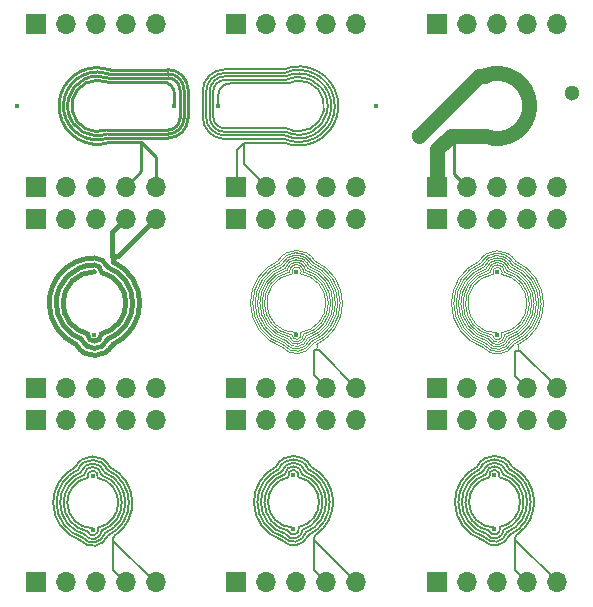
<source format=gbr>
%TF.GenerationSoftware,KiCad,Pcbnew,8.0.0*%
%TF.CreationDate,2024-05-13T09:11:22+02:00*%
%TF.ProjectId,Planar_XFMR,506c616e-6172-45f5-9846-4d522e6b6963,A*%
%TF.SameCoordinates,Original*%
%TF.FileFunction,Copper,L2,Inr*%
%TF.FilePolarity,Positive*%
%FSLAX46Y46*%
G04 Gerber Fmt 4.6, Leading zero omitted, Abs format (unit mm)*
G04 Created by KiCad (PCBNEW 8.0.0) date 2024-05-13 09:11:22*
%MOMM*%
%LPD*%
G01*
G04 APERTURE LIST*
%TA.AperFunction,NonConductor*%
%ADD10C,0.100000*%
%TD*%
%TA.AperFunction,Conductor*%
%ADD11C,0.100000*%
%TD*%
%TA.AperFunction,NonConductor*%
%ADD12C,0.200000*%
%TD*%
%TA.AperFunction,ComponentPad*%
%ADD13R,1.700000X1.700000*%
%TD*%
%TA.AperFunction,ComponentPad*%
%ADD14O,1.700000X1.700000*%
%TD*%
%TA.AperFunction,ViaPad*%
%ADD15C,0.450000*%
%TD*%
%TA.AperFunction,ViaPad*%
%ADD16C,1.300000*%
%TD*%
%TA.AperFunction,Conductor*%
%ADD17C,0.250000*%
%TD*%
%TA.AperFunction,Conductor*%
%ADD18C,0.200000*%
%TD*%
%TA.AperFunction,Conductor*%
%ADD19C,1.300000*%
%TD*%
%TA.AperFunction,Conductor*%
%ADD20C,0.450000*%
%TD*%
%TA.AperFunction,Conductor*%
%ADD21C,0.400000*%
%TD*%
G04 APERTURE END LIST*
D10*
X148235501Y-53808441D02*
G75*
G02*
X149741315Y-53612685I785399J-152059D01*
G01*
D11*
%TO.N,Net-(J10-Pin_4)*%
X131600000Y-59275000D02*
G75*
G02*
X131408037Y-53960833I400000J2675000D01*
G01*
D12*
X131004464Y-71088297D02*
G75*
G02*
X132496839Y-71101212I745536J-81703D01*
G01*
X147296128Y-70428247D02*
G75*
G02*
X150249836Y-70440218I1473872J-741753D01*
G01*
D11*
X130447885Y-53013441D02*
G75*
G02*
X133545683Y-53002576I1552115J-911559D01*
G01*
D10*
X150139472Y-53530810D02*
G75*
G02*
X152320946Y-56635459I-1118572J-3104690D01*
G01*
X149797222Y-53841293D02*
G75*
G02*
X151920946Y-56635459I-776322J-2794207D01*
G01*
X151920925Y-56635459D02*
G75*
G02*
X149797237Y-59429681I-2900025J-41D01*
G01*
X147910028Y-53506001D02*
G75*
G02*
X149995882Y-53260490I1110872J-454499D01*
G01*
D12*
X111690000Y-73500000D02*
G75*
G02*
X113511094Y-70702017I3060000J0D01*
G01*
D11*
X132000000Y-59100000D02*
G75*
G02*
X131645298Y-54125291I0J2500000D01*
G01*
D10*
X145120925Y-56635459D02*
G75*
G02*
X147472008Y-53056291I3899975J-41D01*
G01*
D11*
X132400000Y-53925000D02*
G75*
G02*
X132357771Y-54103885I-400000J0D01*
G01*
D12*
X130896250Y-76388488D02*
G75*
G02*
X128690000Y-73450000I853750J2938488D01*
G01*
X129590000Y-73450000D02*
G75*
G02*
X131327683Y-71331687I2160000J0D01*
G01*
D10*
X149611850Y-54000918D02*
G75*
G02*
X151720945Y-56635459I-590950J-2634582D01*
G01*
D12*
X130749038Y-70852864D02*
G75*
G02*
X132758110Y-70876376I1000962J-317136D01*
G01*
D11*
X133391148Y-53171486D02*
G75*
G02*
X135700000Y-56600000I-1391148J-3428514D01*
G01*
D10*
X149806348Y-59462477D02*
G75*
G02*
X148300433Y-59658283I-785448J151977D01*
G01*
D11*
X131400000Y-53925000D02*
G75*
G02*
X132574004Y-53750303I600000J0D01*
G01*
D12*
X116228118Y-70493714D02*
G75*
G02*
X116584783Y-76302884I-1478118J-3006286D01*
G01*
X132792292Y-76005626D02*
G75*
G02*
X130896306Y-76388444I-1042292J275626D01*
G01*
X148024464Y-71088297D02*
G75*
G02*
X149516839Y-71101212I745536J-81703D01*
G01*
D11*
X128900000Y-56600000D02*
G75*
G02*
X131053857Y-53647914I3100000J0D01*
G01*
X132590925Y-53965460D02*
G75*
G02*
X134699999Y-56600000I-590925J-2634540D01*
G01*
D10*
X148172914Y-59824639D02*
G75*
G02*
X145720947Y-56635459I847986J3189139D01*
G01*
D12*
X132170058Y-71331238D02*
G75*
G02*
X132190541Y-75564598I-420058J-2118762D01*
G01*
X150012443Y-70653586D02*
G75*
G02*
X150044615Y-76231897I-1242443J-2796414D01*
G01*
D11*
X132354703Y-54125292D02*
G75*
G02*
X134499999Y-56600000I-354703J-2474708D01*
G01*
X133266948Y-59871211D02*
G75*
G02*
X130904184Y-60146672I-1266948J596211D01*
G01*
X132357770Y-59096115D02*
G75*
G02*
X131600001Y-59275000I-357770J-178885D01*
G01*
X133705052Y-60107535D02*
X133700000Y-60525000D01*
D10*
X145920925Y-56635459D02*
G75*
G02*
X148074799Y-53683426I3099975J-41D01*
G01*
D12*
X150604783Y-76252884D02*
X150510000Y-76540000D01*
D10*
X148620925Y-59310458D02*
G75*
G02*
X148428963Y-53996295I400005J2674998D01*
G01*
X148663154Y-54139344D02*
G75*
G02*
X149420859Y-53960459I357746J178844D01*
G01*
X152120925Y-56635459D02*
G75*
G02*
X149967084Y-59587599I-3100025J-41D01*
G01*
D12*
X115495425Y-71155660D02*
G75*
G02*
X115537114Y-75830674I-745425J-2344340D01*
G01*
D10*
X145720925Y-56635459D02*
G75*
G02*
X147916998Y-53525639I3299975J-41D01*
G01*
D12*
X149220000Y-75610000D02*
G75*
G02*
X148333512Y-75892414I-450000J-120000D01*
G01*
D10*
X147753977Y-53364248D02*
G75*
G02*
X150287873Y-53364248I1266948J-596211D01*
G01*
D11*
X133118547Y-53495351D02*
G75*
G02*
X135299999Y-56600000I-1118547J-3104649D01*
G01*
X133539592Y-53016753D02*
G75*
G02*
X135900000Y-56600000I-1539592J-3583247D01*
G01*
D10*
X150287873Y-59906670D02*
G75*
G02*
X147925070Y-60182162I-1266973J596170D01*
G01*
D12*
X112590000Y-73500000D02*
G75*
G02*
X114327683Y-71381687I2160000J0D01*
G01*
D10*
X149420925Y-53960459D02*
G75*
G02*
X149378715Y-54139353I-400025J-41D01*
G01*
X147928681Y-60170569D02*
G75*
G02*
X145320947Y-56635459I1092219J3535069D01*
G01*
D12*
X130723967Y-76639019D02*
G75*
G02*
X128399987Y-73450000I1026033J3189019D01*
G01*
X147527107Y-70643013D02*
G75*
G02*
X150014961Y-70647919I1242893J-526987D01*
G01*
D11*
X132600000Y-59275000D02*
G75*
G02*
X131425996Y-59449697I-600000J0D01*
G01*
X133110897Y-59729458D02*
G75*
G02*
X131025000Y-59975000I-1110897J454458D01*
G01*
X130600173Y-53150095D02*
G75*
G02*
X133399827Y-53150095I1399827J-774905D01*
G01*
X131028611Y-59962500D02*
G75*
G02*
X128500000Y-56600000I971389J3362500D01*
G01*
D10*
X149378694Y-59131574D02*
G75*
G02*
X148620861Y-59310459I-357794J-178926D01*
G01*
X150131821Y-59764917D02*
G75*
G02*
X148045884Y-60010489I-1110921J454417D01*
G01*
D12*
X115200000Y-75660000D02*
G75*
G02*
X114313512Y-75942414I-450000J-120000D01*
G01*
X114004464Y-71138297D02*
G75*
G02*
X115496839Y-71151212I745536J-81703D01*
G01*
X145419986Y-73450000D02*
G75*
G02*
X147301398Y-70439053I3350014J0D01*
G01*
X128990000Y-73450000D02*
G75*
G02*
X130757435Y-70874652I2760000J0D01*
G01*
D10*
X149967068Y-53683373D02*
G75*
G02*
X152120946Y-56635459I-946168J-2952127D01*
G01*
X148446921Y-59485155D02*
G75*
G02*
X148242773Y-53834617I573999J2849695D01*
G01*
D12*
X115792292Y-76055626D02*
G75*
G02*
X113896306Y-76438444I-1042292J275626D01*
G01*
X132992443Y-70653586D02*
G75*
G02*
X133024615Y-76231897I-1242443J-2796414D01*
G01*
D11*
X135700000Y-56600000D02*
G75*
G02*
X133391147Y-60028514I-3700000J0D01*
G01*
D12*
X114750000Y-75660000D02*
G75*
G02*
X112590000Y-73500000I0J2160000D01*
G01*
X113896250Y-76438488D02*
G75*
G02*
X111690000Y-73500000I853750J2938488D01*
G01*
D10*
X149974803Y-59611684D02*
G75*
G02*
X148169817Y-59836143I-953903J301184D01*
G01*
D11*
X131151989Y-59789180D02*
G75*
G02*
X128700001Y-56600000I848011J3189180D01*
G01*
D10*
X148420925Y-53960459D02*
G75*
G02*
X149620925Y-53960459I600000J0D01*
G01*
D12*
X148110017Y-76129930D02*
G75*
G02*
X146010000Y-73450000I659983J2679930D01*
G01*
D10*
X151520925Y-56635459D02*
G75*
G02*
X149375637Y-59110230I-2500025J-41D01*
G01*
X148067047Y-53659234D02*
G75*
G02*
X149974803Y-53659234I953878J-301225D01*
G01*
D12*
X114325005Y-71368254D02*
G75*
G02*
X115169863Y-71382220I424995J148254D01*
G01*
D11*
X132357770Y-59096115D02*
G75*
G02*
X131600001Y-59275000I-357770J-178885D01*
G01*
X131214576Y-53772982D02*
G75*
G02*
X132720441Y-53577201I785424J-152018D01*
G01*
D12*
X149557112Y-75780676D02*
G75*
G02*
X148095443Y-76138762I-787112J50676D01*
G01*
D11*
X132953877Y-59576225D02*
G75*
G02*
X131148939Y-59800655I-953877J301225D01*
G01*
D12*
X149776643Y-70880123D02*
G75*
G02*
X149812294Y-76005626I-1006643J-2569877D01*
G01*
X115170058Y-71381238D02*
G75*
G02*
X115190541Y-75614598I-420058J-2118762D01*
G01*
D10*
X150284988Y-53371698D02*
G75*
G02*
X152520946Y-56635459I-1264088J-3263802D01*
G01*
D12*
X129290000Y-73450000D02*
G75*
G02*
X131009455Y-71104111I2460000J0D01*
G01*
D10*
X148049536Y-59997959D02*
G75*
G02*
X145520946Y-56635459I971364J3362459D01*
G01*
X147910028Y-53506001D02*
G75*
G02*
X150140482Y-53527903I1110872J-454499D01*
G01*
X152920925Y-56635459D02*
G75*
G02*
X150725999Y-60143039I-3900025J-41D01*
G01*
D11*
X131642230Y-54103885D02*
G75*
G02*
X132399999Y-53925000I357770J178885D01*
G01*
D10*
X149375628Y-54160751D02*
G75*
G02*
X151520943Y-56635459I-354728J-2474749D01*
G01*
D12*
X148770000Y-75610000D02*
G75*
G02*
X146610000Y-73450000I0J2160000D01*
G01*
X150248118Y-70443714D02*
G75*
G02*
X150604783Y-76252884I-1478118J-3006286D01*
G01*
X146310000Y-73450000D02*
G75*
G02*
X148029455Y-71104111I2460000J0D01*
G01*
D11*
X130733052Y-53328789D02*
G75*
G02*
X133095816Y-53053328I1266948J-596211D01*
G01*
D10*
X149020925Y-59135459D02*
G75*
G02*
X148666234Y-54160827I-25J2499959D01*
G01*
D12*
X150044615Y-76231898D02*
G75*
G02*
X147744654Y-76638411I-1274615J501898D01*
G01*
D11*
X133264063Y-53336239D02*
G75*
G02*
X135499999Y-56600000I-1264063J-3263761D01*
G01*
D12*
X146610000Y-73450000D02*
G75*
G02*
X148347683Y-71331687I2160000J0D01*
G01*
X132200000Y-75610000D02*
G75*
G02*
X131313512Y-75892414I-450000J-120000D01*
G01*
D11*
X128100000Y-56600000D02*
G75*
G02*
X130451062Y-53020783I3900000J0D01*
G01*
D10*
X147468810Y-53048900D02*
G75*
G02*
X150566570Y-53038058I1552090J-911600D01*
G01*
D11*
X135100000Y-56600000D02*
G75*
G02*
X132946142Y-59552087I-3100000J0D01*
G01*
D10*
X152320925Y-56635459D02*
G75*
G02*
X150124889Y-59745383I-3300025J-41D01*
G01*
D12*
X131090017Y-76129930D02*
G75*
G02*
X128990000Y-73450000I659983J2679930D01*
G01*
D10*
X152520925Y-56635459D02*
G75*
G02*
X150285008Y-59899272I-3500025J-41D01*
G01*
X150420751Y-60085364D02*
G75*
G02*
X147806081Y-60351754I-1399851J774864D01*
G01*
D11*
X131046122Y-53623775D02*
G75*
G02*
X132953878Y-53623775I953878J-301225D01*
G01*
D10*
X149378695Y-59131574D02*
G75*
G02*
X148620860Y-59310459I-357795J-178926D01*
G01*
X147753978Y-53364248D02*
G75*
G02*
X150116701Y-53088819I1266922J-596252D01*
G01*
D12*
X149812292Y-76005626D02*
G75*
G02*
X147916306Y-76388444I-1042292J275626D01*
G01*
X133584783Y-76252884D02*
X133490000Y-76540000D01*
X133228118Y-70443714D02*
G75*
G02*
X133584783Y-76252884I-1478118J-3006286D01*
G01*
D11*
X131642230Y-54103885D02*
G75*
G02*
X132399999Y-53925000I357770J178885D01*
G01*
D10*
X145320925Y-56635459D02*
G75*
G02*
X147629797Y-53206995I3699975J-41D01*
G01*
D12*
X111399986Y-73500000D02*
G75*
G02*
X113281398Y-70489053I3350014J0D01*
G01*
X145710000Y-73450000D02*
G75*
G02*
X147531094Y-70652017I3060000J0D01*
G01*
D11*
X130733052Y-53328789D02*
G75*
G02*
X133266948Y-53328789I1266948J-596211D01*
G01*
D12*
X116584783Y-76302884D02*
X116490000Y-76590000D01*
D10*
X147621099Y-53185554D02*
G75*
G02*
X150235697Y-52919226I1399801J-774946D01*
G01*
D11*
X132776297Y-53805834D02*
G75*
G02*
X134900000Y-56600000I-776297J-2794166D01*
G01*
D10*
X150412073Y-53206945D02*
G75*
G02*
X152720947Y-56635459I-1391173J-3428555D01*
G01*
D11*
X130889103Y-53470542D02*
G75*
G02*
X132975000Y-53225000I1110897J-454458D01*
G01*
X130907756Y-60135109D02*
G75*
G02*
X128300001Y-56600000I1092244J3535109D01*
G01*
D10*
X148420925Y-53960459D02*
G75*
G02*
X149594871Y-53785780I599975J-41D01*
G01*
D12*
X148337226Y-75871632D02*
G75*
G02*
X146310001Y-73450000I432774J2421632D01*
G01*
D11*
X130788230Y-60306967D02*
G75*
G02*
X128100001Y-56600000I1211770J3706967D01*
G01*
D10*
X147809155Y-60342427D02*
G75*
G02*
X145120947Y-56635459I1211745J3706927D01*
G01*
D11*
X131214576Y-53772982D02*
G75*
G02*
X132785424Y-53772982I785424J-152018D01*
G01*
D12*
X132495425Y-71105660D02*
G75*
G02*
X132537114Y-75780674I-745425J-2344340D01*
G01*
X128399986Y-73450000D02*
G75*
G02*
X130281398Y-70439053I3350014J0D01*
G01*
X130507107Y-70643013D02*
G75*
G02*
X132994961Y-70647919I1242893J-526987D01*
G01*
X114317226Y-75921632D02*
G75*
G02*
X112290001Y-73500000I432774J2421632D01*
G01*
D11*
X134700000Y-56600000D02*
G75*
G02*
X132590925Y-59234541I-2700000J0D01*
G01*
X128300000Y-56600000D02*
G75*
G02*
X130608852Y-53171486I3700000J0D01*
G01*
D12*
X115756643Y-70930123D02*
G75*
G02*
X115792294Y-76055626I-1006643J-2569877D01*
G01*
D10*
X152720925Y-56635459D02*
G75*
G02*
X150412092Y-60064023I-3700025J-41D01*
G01*
D11*
X131281290Y-59615536D02*
G75*
G02*
X128900000Y-56600000I718710J3015536D01*
G01*
X133399826Y-60049905D02*
G75*
G02*
X130785192Y-60316264I-1399826J774905D01*
G01*
D10*
X148235501Y-53808441D02*
G75*
G02*
X149806349Y-53808441I785424J-152018D01*
G01*
D11*
X128500000Y-56600000D02*
G75*
G02*
X130735937Y-53336238I3500000J0D01*
G01*
D12*
X131317226Y-75871632D02*
G75*
G02*
X129290001Y-73450000I432774J2421632D01*
G01*
X113749038Y-70902864D02*
G75*
G02*
X115758110Y-70926376I1000962J-317136D01*
G01*
X147743967Y-76639019D02*
G75*
G02*
X145419987Y-73450000I1026033J3189019D01*
G01*
D10*
X145520925Y-56635459D02*
G75*
G02*
X147756881Y-53371747I3499975J-41D01*
G01*
D12*
X149190058Y-71331238D02*
G75*
G02*
X149210541Y-75564598I-420058J-2118762D01*
G01*
D10*
X147621098Y-53185554D02*
G75*
G02*
X150420752Y-53185554I1399827J-774905D01*
G01*
X148663155Y-54139344D02*
G75*
G02*
X149420858Y-53960459I357745J178844D01*
G01*
D12*
X147769038Y-70852864D02*
G75*
G02*
X149778110Y-70876376I1000962J-317136D01*
G01*
D11*
X135900000Y-56600000D02*
G75*
G02*
X133705052Y-60107535I-3900000J0D01*
G01*
X131046123Y-53623775D02*
G75*
G02*
X132851061Y-53399345I953877J-301225D01*
G01*
D12*
X131750000Y-75610000D02*
G75*
G02*
X129590000Y-73450000I0J2160000D01*
G01*
X132756643Y-70880123D02*
G75*
G02*
X132792294Y-76005626I-1006643J-2569877D01*
G01*
D11*
X134900000Y-56600000D02*
G75*
G02*
X132776297Y-59394166I-2900000J0D01*
G01*
D12*
X128690000Y-73450000D02*
G75*
G02*
X130511094Y-70652017I3060000J0D01*
G01*
D11*
X131425996Y-59449696D02*
G75*
G02*
X131221848Y-53799156I574004J2849696D01*
G01*
D12*
X148345005Y-71318254D02*
G75*
G02*
X149189863Y-71332220I424995J148254D01*
G01*
X132537112Y-75780676D02*
G75*
G02*
X131075443Y-76138762I-787112J50676D01*
G01*
X115537112Y-75830676D02*
G75*
G02*
X114075443Y-76188762I-787112J50676D01*
G01*
D11*
X134500000Y-56600000D02*
G75*
G02*
X132354703Y-59074709I-2500000J0D01*
G01*
D12*
X115992443Y-70703586D02*
G75*
G02*
X116024615Y-76281897I-1242443J-2796414D01*
G01*
D11*
X132946143Y-53647915D02*
G75*
G02*
X135099999Y-56600000I-946143J-2952085D01*
G01*
D12*
X116024615Y-76281898D02*
G75*
G02*
X113724654Y-76688411I-1274615J501898D01*
G01*
D11*
X131400000Y-53925000D02*
G75*
G02*
X132600000Y-53925000I600000J0D01*
G01*
D10*
X150725977Y-60142994D02*
X150720925Y-60560459D01*
D11*
X135500000Y-56600000D02*
G75*
G02*
X133264063Y-59863762I-3500000J0D01*
G01*
D12*
X147916250Y-76388488D02*
G75*
G02*
X145710000Y-73450000I853750J2938488D01*
G01*
X114090017Y-76179930D02*
G75*
G02*
X111990000Y-73500000I659983J2679930D01*
G01*
X146010000Y-73450000D02*
G75*
G02*
X147777435Y-70874652I2760000J0D01*
G01*
D10*
X148302215Y-59650994D02*
G75*
G02*
X145920946Y-56635459I718685J3015494D01*
G01*
D12*
X130276128Y-70428247D02*
G75*
G02*
X133229836Y-70440218I1473872J-741753D01*
G01*
D10*
X150560517Y-53052213D02*
G75*
G02*
X152920947Y-56635459I-1539617J-3583287D01*
G01*
D12*
X111990000Y-73500000D02*
G75*
G02*
X113757435Y-70924652I2760000J0D01*
G01*
X131325005Y-71318254D02*
G75*
G02*
X132169863Y-71332220I424995J148254D01*
G01*
X113507107Y-70693013D02*
G75*
G02*
X115994961Y-70697919I1242893J-526987D01*
G01*
X112290000Y-73500000D02*
G75*
G02*
X114009455Y-71154111I2460000J0D01*
G01*
X113276128Y-70478247D02*
G75*
G02*
X116229836Y-70490218I1473872J-741753D01*
G01*
D10*
X149620925Y-59310459D02*
G75*
G02*
X148446862Y-59485174I-600025J-41D01*
G01*
D11*
X128700000Y-56600000D02*
G75*
G02*
X130896055Y-53490128I3300000J0D01*
G01*
D10*
X148067047Y-53659234D02*
G75*
G02*
X149871940Y-53434832I953853J-301266D01*
G01*
D11*
X135300000Y-56600000D02*
G75*
G02*
X133103945Y-59709872I-3300000J0D01*
G01*
D12*
X113723967Y-76689019D02*
G75*
G02*
X111399987Y-73500000I1026033J3189019D01*
G01*
X133024615Y-76231898D02*
G75*
G02*
X130724654Y-76638411I-1274615J501898D01*
G01*
D11*
X130600174Y-53150095D02*
G75*
G02*
X133214808Y-52883736I1399826J-774905D01*
G01*
X130889103Y-53470542D02*
G75*
G02*
X133119600Y-53492427I1110897J-454458D01*
G01*
X132785424Y-59427018D02*
G75*
G02*
X131279559Y-59622799I-785424J152018D01*
G01*
D10*
X151720925Y-56635459D02*
G75*
G02*
X149611863Y-59270058I-2700025J-41D01*
G01*
D12*
X149515425Y-71105660D02*
G75*
G02*
X149557114Y-75780674I-745425J-2344340D01*
G01*
%TD*%
D13*
%TO.N,Net-(J3-Pin_4)*%
%TO.C,J6*%
X143925000Y-46750000D03*
D14*
X146465000Y-46750000D03*
%TO.N,Net-(J11-Pin_3)*%
X149005000Y-46750000D03*
%TO.N,Net-(J5-Pin_4)*%
X151545000Y-46750000D03*
X154085000Y-46750000D03*
%TD*%
D13*
%TO.N,Net-(J10-Pin_1)*%
%TO.C,J10*%
X126925000Y-63750000D03*
D14*
X129465000Y-63750000D03*
%TO.N,Net-(J10-Pin_3)*%
X132005000Y-63750000D03*
%TO.N,Net-(J10-Pin_4)*%
X134545000Y-63750000D03*
X137085000Y-63750000D03*
%TD*%
D13*
%TO.N,Net-(J1-Pin_1)*%
%TO.C,J2*%
X109925000Y-46750000D03*
D14*
X112465000Y-46750000D03*
%TO.N,Net-(J2-Pin_3)*%
X115005000Y-46750000D03*
%TO.N,Net-(J1-Pin_4)*%
X117545000Y-46750000D03*
X120085000Y-46750000D03*
%TD*%
D13*
%TO.N,Net-(J1-Pin_4)*%
%TO.C,J3*%
X126925000Y-33000000D03*
D14*
X129465000Y-33000000D03*
%TO.N,unconnected-(J3-Pin_3-Pad3)*%
X132005000Y-33000000D03*
%TO.N,Net-(J3-Pin_4)*%
X134545000Y-33000000D03*
X137085000Y-33000000D03*
%TD*%
D13*
%TO.N,Net-(J10-Pin_4)*%
%TO.C,J12*%
X143925000Y-63750000D03*
D14*
X146465000Y-63750000D03*
%TO.N,Net-(J12-Pin_3)*%
X149005000Y-63750000D03*
%TO.N,Net-(J10-Pin_4)*%
X151545000Y-63750000D03*
X154085000Y-63750000D03*
%TD*%
D13*
%TO.N,Net-(J10-Pin_1)*%
%TO.C,J8*%
X109925000Y-63750000D03*
D14*
X112465000Y-63750000D03*
%TO.N,Net-(J13-Pin_3)*%
X115005000Y-63750000D03*
%TO.N,Net-(J10-Pin_1)*%
X117545000Y-63750000D03*
X120085000Y-63750000D03*
%TD*%
D13*
%TO.N,Net-(J11-Pin_1)*%
%TO.C,J11*%
X143925000Y-49500000D03*
D14*
X146465000Y-49500000D03*
%TO.N,Net-(J11-Pin_3)*%
X149005000Y-49500000D03*
%TO.N,Net-(J11-Pin_1)*%
X151545000Y-49500000D03*
X154085000Y-49500000D03*
%TD*%
D13*
%TO.N,Net-(J16-Pin_4)*%
%TO.C,J18*%
X143925000Y-80250000D03*
D14*
X146465000Y-80250000D03*
%TO.N,unconnected-(J18-Pin_3-Pad3)*%
X149005000Y-80250000D03*
%TO.N,Net-(J18-Pin_4)*%
X151545000Y-80250000D03*
X154085000Y-80250000D03*
%TD*%
D13*
%TO.N,Net-(J14-Pin_4)*%
%TO.C,J16*%
X126925000Y-80250000D03*
D14*
X129465000Y-80250000D03*
%TO.N,unconnected-(J16-Pin_3-Pad3)*%
X132005000Y-80250000D03*
%TO.N,Net-(J16-Pin_4)*%
X134545000Y-80250000D03*
X137085000Y-80250000D03*
%TD*%
D13*
%TO.N,Net-(J15-Pin_4)*%
%TO.C,J17*%
X143925000Y-66500000D03*
D14*
X146465000Y-66500000D03*
%TO.N,Net-(J12-Pin_3)*%
X149005000Y-66500000D03*
%TO.N,Net-(J17-Pin_4)*%
X151545000Y-66500000D03*
X154085000Y-66500000D03*
%TD*%
D13*
%TO.N,Net-(J1-Pin_4)*%
%TO.C,J4*%
X126925000Y-46750000D03*
D14*
X129465000Y-46750000D03*
%TO.N,Net-(J4-Pin_3)*%
X132005000Y-46750000D03*
%TO.N,Net-(J3-Pin_4)*%
X134545000Y-46750000D03*
X137085000Y-46750000D03*
%TD*%
D13*
%TO.N,Net-(J11-Pin_1)*%
%TO.C,J9*%
X126925000Y-49500000D03*
D14*
X129465000Y-49500000D03*
%TO.N,Net-(J4-Pin_3)*%
X132005000Y-49500000D03*
%TO.N,Net-(J11-Pin_1)*%
X134545000Y-49500000D03*
X137085000Y-49500000D03*
%TD*%
D13*
%TO.N,Net-(J11-Pin_1)*%
%TO.C,J7*%
X109925000Y-49500000D03*
D14*
X112465000Y-49500000D03*
%TO.N,Net-(J2-Pin_3)*%
X115005000Y-49500000D03*
%TO.N,Net-(J11-Pin_1)*%
X117545000Y-49500000D03*
X120085000Y-49500000D03*
%TD*%
D13*
%TO.N,Net-(J3-Pin_4)*%
%TO.C,J5*%
X143925000Y-33000000D03*
D14*
X146465000Y-33000000D03*
%TO.N,unconnected-(J5-Pin_3-Pad3)*%
X149005000Y-33000000D03*
%TO.N,Net-(J5-Pin_4)*%
X151545000Y-33000000D03*
X154085000Y-33000000D03*
%TD*%
D13*
%TO.N,Net-(J13-Pin_4)*%
%TO.C,J15*%
X126925000Y-66500000D03*
D14*
X129465000Y-66500000D03*
%TO.N,Net-(J10-Pin_3)*%
X132005000Y-66500000D03*
%TO.N,Net-(J15-Pin_4)*%
X134545000Y-66500000D03*
X137085000Y-66500000D03*
%TD*%
D13*
%TO.N,Net-(J1-Pin_1)*%
%TO.C,J1*%
X109925000Y-33000000D03*
D14*
X112465000Y-33000000D03*
%TO.N,unconnected-(J1-Pin_3-Pad3)*%
X115005000Y-33000000D03*
%TO.N,Net-(J1-Pin_4)*%
X117545000Y-33000000D03*
X120085000Y-33000000D03*
%TD*%
D13*
%TO.N,Net-(J14-Pin_1)*%
%TO.C,J14*%
X109925000Y-80250000D03*
D14*
X112465000Y-80250000D03*
%TO.N,unconnected-(J14-Pin_3-Pad3)*%
X115005000Y-80250000D03*
%TO.N,Net-(J14-Pin_4)*%
X117545000Y-80250000D03*
X120085000Y-80250000D03*
%TD*%
D13*
%TO.N,Net-(J13-Pin_1)*%
%TO.C,J13*%
X109925000Y-66500000D03*
D14*
X112465000Y-66500000D03*
%TO.N,Net-(J13-Pin_3)*%
X115005000Y-66500000D03*
%TO.N,Net-(J13-Pin_4)*%
X117545000Y-66500000D03*
X120085000Y-66500000D03*
%TD*%
D15*
%TO.N,*%
X131750000Y-71170000D03*
X131750000Y-75730000D03*
X114750000Y-71220000D03*
X148770000Y-75730000D03*
X132000000Y-59275000D03*
X114750000Y-75780000D03*
X148770000Y-71170000D03*
X149020925Y-59310459D03*
%TO.N,Net-(J1-Pin_1)*%
X108325000Y-39900000D03*
%TO.N,Net-(J1-Pin_4)*%
X121675000Y-39900000D03*
X125375000Y-39900000D03*
D16*
%TO.N,Net-(J3-Pin_4)*%
X142400000Y-42450000D03*
D15*
X138725000Y-39900000D03*
D16*
%TO.N,Net-(J5-Pin_4)*%
X155300000Y-38800000D03*
D15*
%TO.N,Net-(J10-Pin_1)*%
X114900000Y-59275000D03*
%TO.N,Net-(J11-Pin_1)*%
X149020925Y-53960459D03*
X114900000Y-53925000D03*
X132000000Y-53925000D03*
%TD*%
D17*
%TO.N,Net-(J1-Pin_4)*%
X122125000Y-39900000D02*
X122125000Y-38525008D01*
D18*
X127550000Y-44835000D02*
X127550000Y-43025000D01*
D17*
X121125000Y-37175000D02*
X116075000Y-37175000D01*
D18*
X130925000Y-36800000D02*
X125950000Y-36800000D01*
X127550000Y-43000000D02*
X127550000Y-43025000D01*
X131175000Y-38000000D02*
X126375000Y-38000000D01*
X131050000Y-42400000D02*
X125950000Y-42400000D01*
X131050000Y-37400000D02*
X125950000Y-37400000D01*
X124650000Y-39900000D02*
X124650000Y-40800000D01*
X130975000Y-37100000D02*
X125950000Y-37100000D01*
X131100000Y-42100000D02*
X125950000Y-42100000D01*
D17*
X122475000Y-39900000D02*
X122475000Y-40924990D01*
X120085000Y-44210000D02*
X118850000Y-42975000D01*
D18*
X127550000Y-43025000D02*
X126975000Y-43600000D01*
D17*
X120085000Y-46750000D02*
X120085000Y-44210000D01*
X117545000Y-46750000D02*
X118850000Y-45445000D01*
D18*
X126975000Y-43600000D02*
X126975000Y-46800000D01*
D17*
X121120951Y-41945935D02*
X115950000Y-41925000D01*
D18*
X130975000Y-42700000D02*
X125950000Y-42700000D01*
X124950000Y-40800000D02*
X124950000Y-38700000D01*
D17*
X122825000Y-39900000D02*
X122825000Y-38525000D01*
X118850000Y-45445000D02*
X118850000Y-42975000D01*
X121675000Y-39900000D02*
X121675000Y-38875000D01*
D18*
X129515000Y-46800000D02*
X127550000Y-44835000D01*
X130925000Y-43000000D02*
X127550000Y-43000000D01*
D17*
X121125000Y-36825000D02*
X116225000Y-36825023D01*
D18*
X125375000Y-39900000D02*
X125375000Y-39000000D01*
D17*
X122125000Y-39900000D02*
X122125000Y-40945943D01*
D18*
X131100000Y-37700000D02*
X125950000Y-37700000D01*
D17*
X118850000Y-42975000D02*
X116225000Y-42974977D01*
D18*
X124350000Y-39900000D02*
X124350000Y-40800000D01*
X124050000Y-39900000D02*
X124050000Y-38700000D01*
D17*
X122475000Y-39900000D02*
X122475000Y-38525011D01*
D18*
X124050000Y-39900000D02*
X124050000Y-40800000D01*
X131175000Y-41800000D02*
X125950000Y-41800000D01*
X124350000Y-39900000D02*
X124350000Y-38700000D01*
D17*
X121124990Y-42274990D02*
X116025000Y-42274953D01*
X121124992Y-37525008D02*
X116025000Y-37525047D01*
X120675000Y-37875000D02*
X115950000Y-37875000D01*
D18*
X124650000Y-40350000D02*
X124650000Y-38700000D01*
D17*
X122825000Y-39900000D02*
X122825000Y-40924352D01*
X121124352Y-42624352D02*
X116074127Y-42622428D01*
X116224185Y-42972646D02*
G75*
G02*
X115150000Y-36645000I-1074185J3072646D01*
G01*
D18*
X125950000Y-37700000D02*
G75*
G03*
X124950000Y-38700000I0J-1000000D01*
G01*
X130925745Y-42998189D02*
G75*
G03*
X132200000Y-43250000I1274255J3098189D01*
G01*
X132200000Y-42350000D02*
G75*
G03*
X131104327Y-37708653I0J2450000D01*
G01*
X124950000Y-40800000D02*
G75*
G03*
X125950000Y-41800000I1000000J0D01*
G01*
X125950000Y-37100000D02*
G75*
G03*
X124350000Y-38700000I0J-1600000D01*
G01*
X125950000Y-37400000D02*
G75*
G03*
X124650000Y-38700000I0J-1300000D01*
G01*
X124650000Y-40800000D02*
G75*
G03*
X125950000Y-42100000I1300000J0D01*
G01*
D17*
X120675000Y-37875000D02*
G75*
G02*
X121675000Y-38875000I0J-1000000D01*
G01*
X115150000Y-37025000D02*
G75*
G02*
X116074127Y-37177572I0J-2875000D01*
G01*
X116022921Y-42269311D02*
G75*
G02*
X115150000Y-37375000I-872921J2369311D01*
G01*
D18*
X126375000Y-38000000D02*
G75*
G03*
X125375000Y-39000000I0J-1000000D01*
G01*
D17*
X122825000Y-40924352D02*
G75*
G02*
X121124352Y-42624400I-1700000J-48D01*
G01*
X121125000Y-36825000D02*
G75*
G02*
X122825000Y-38525000I0J-1700000D01*
G01*
X122125000Y-40945943D02*
G75*
G02*
X121120951Y-41945892I-1000000J43D01*
G01*
D18*
X124350000Y-40800000D02*
G75*
G03*
X125950000Y-42400000I1600000J0D01*
G01*
X132200000Y-42650000D02*
G75*
G03*
X131050760Y-37401651I0J2750000D01*
G01*
D17*
X115949156Y-41922863D02*
G75*
G02*
X115150000Y-37725000I-799156J2022863D01*
G01*
X116074127Y-42622427D02*
G75*
G02*
X115150000Y-37025001I-924127J2722427D01*
G01*
D18*
X131050760Y-42398349D02*
G75*
G03*
X132200000Y-42650000I1149240J2498349D01*
G01*
X131104327Y-42091347D02*
G75*
G03*
X132200000Y-42350000I1095673J2191347D01*
G01*
X131179201Y-41792213D02*
G75*
G03*
X132200000Y-42050000I1020799J1892213D01*
G01*
X132200000Y-42050000D02*
G75*
G03*
X131179201Y-38007787I0J2150000D01*
G01*
X130977503Y-42694279D02*
G75*
G03*
X132200000Y-42949999I1222497J2794279D01*
G01*
D17*
X121125000Y-37175000D02*
G75*
G02*
X122475000Y-38525011I0J-1350000D01*
G01*
X115150000Y-37725000D02*
G75*
G02*
X115949156Y-37877137I0J-2175000D01*
G01*
D18*
X125950000Y-36800000D02*
G75*
G03*
X124050000Y-38700000I0J-1900000D01*
G01*
X132200000Y-42950000D02*
G75*
G03*
X130977503Y-37105720I0J3050000D01*
G01*
D17*
X122475000Y-40924990D02*
G75*
G02*
X121124990Y-42275000I-1350000J-10D01*
G01*
D18*
X124050000Y-40800000D02*
G75*
G03*
X125950000Y-42700000I1900000J0D01*
G01*
D17*
X115150000Y-37375000D02*
G75*
G02*
X116022921Y-37530689I0J-2525000D01*
G01*
D18*
X132200000Y-43250000D02*
G75*
G03*
X130925745Y-36801811I0J3350000D01*
G01*
D17*
X115150000Y-36645000D02*
G75*
G02*
X116224185Y-36827354I0J-3255000D01*
G01*
X121124992Y-37525008D02*
G75*
G02*
X122124992Y-38525008I8J-999992D01*
G01*
D19*
%TO.N,Net-(J3-Pin_4)*%
X147500000Y-37350000D02*
X147950000Y-37350000D01*
D17*
X146465000Y-46750000D02*
X145350000Y-45635000D01*
D19*
X146426776Y-38423224D02*
X142400000Y-42450000D01*
D17*
X145350000Y-45635000D02*
X145350000Y-42750000D01*
X145350000Y-42750000D02*
X145050000Y-42450000D01*
D19*
X143925000Y-46750000D02*
X143925000Y-43575000D01*
X143925000Y-43575000D02*
X145050000Y-42450000D01*
X145050000Y-42450000D02*
X147950000Y-42450000D01*
X146426776Y-38423224D02*
X147500000Y-37350000D01*
X147950000Y-37350000D02*
G75*
G02*
X147950000Y-42450000I1050000J-2550000D01*
G01*
D20*
%TO.N,Net-(J11-Pin_1)*%
X116510772Y-53125189D02*
X116520000Y-52640000D01*
D21*
X119985000Y-49500000D02*
X116875711Y-52609289D01*
X116875711Y-52609289D02*
X116380000Y-52609289D01*
X116380000Y-50565000D02*
X116380000Y-52609289D01*
X117445000Y-49500000D02*
X116380000Y-50565000D01*
D20*
X113786368Y-59642602D02*
G75*
G02*
X111660000Y-56600000I1113632J3042602D01*
G01*
X116568461Y-53152517D02*
G75*
G02*
X118730000Y-56600000I-1668461J-3447483D01*
G01*
X114918014Y-52770080D02*
G75*
G02*
X115985671Y-53503702I-18014J-1169920D01*
G01*
X111070000Y-56600000D02*
G75*
G02*
X114900000Y-52770000I3830000J0D01*
G01*
X116056351Y-53573376D02*
G75*
G02*
X118140000Y-56600000I-1156351J-3026624D01*
G01*
X117560018Y-56600000D02*
G75*
G02*
X115485588Y-59194761I-2660018J0D01*
G01*
X115971715Y-59729513D02*
G75*
G02*
X113814338Y-59696294I-1071715J469513D01*
G01*
X114328272Y-59197850D02*
G75*
G02*
X112239982Y-56600000I571728J2597850D01*
G01*
X111660000Y-56600000D02*
G75*
G02*
X114900000Y-53360000I3240000J0D01*
G01*
X115470000Y-59260003D02*
G75*
G02*
X114330000Y-59260018I-570000J3D01*
G01*
X118730000Y-56600000D02*
G75*
G02*
X116470885Y-60093024I-3830000J0D01*
G01*
X115535649Y-54017047D02*
G75*
G02*
X117560018Y-56600000I-635649J-2582953D01*
G01*
X116428552Y-60152447D02*
G75*
G02*
X113406305Y-60209635I-1528552J892447D01*
G01*
X114900000Y-53360000D02*
G75*
G02*
X115480000Y-53939996I0J-580000D01*
G01*
X118140000Y-56600000D02*
G75*
G02*
X116012780Y-59642913I-3240000J0D01*
G01*
X113356210Y-60105084D02*
G75*
G02*
X111070000Y-56600000I1543790J3505084D01*
G01*
X112239982Y-56600000D02*
G75*
G02*
X114900000Y-53939982I2660018J0D01*
G01*
D18*
%TO.N,Net-(J10-Pin_4)*%
X133500000Y-62705000D02*
X133500000Y-60575000D01*
X151565925Y-63785459D02*
X150520925Y-62740459D01*
X137085000Y-63750000D02*
X133910000Y-60575000D01*
X134545000Y-63750000D02*
X133500000Y-62705000D01*
X150930925Y-60610459D02*
X150520925Y-60610459D01*
X133910000Y-60575000D02*
X133500000Y-60575000D01*
X150520925Y-62740459D02*
X150520925Y-60610459D01*
X154105925Y-63785459D02*
X150930925Y-60610459D01*
%TO.N,Net-(J14-Pin_4)*%
X116480000Y-76596687D02*
X116475637Y-76592324D01*
X120085000Y-80300000D02*
X116480000Y-76695000D01*
X116475637Y-79230637D02*
X116480000Y-79226274D01*
X116480000Y-79226274D02*
X116480000Y-76596687D01*
X117545000Y-80300000D02*
X116475637Y-79230637D01*
X116480000Y-76695000D02*
X116480000Y-76596687D01*
%TO.N,Net-(J16-Pin_4)*%
X133480000Y-76546687D02*
X133475637Y-76542324D01*
X133475637Y-79180637D02*
X133480000Y-79176274D01*
X137085000Y-80250000D02*
X133480000Y-76645000D01*
X133480000Y-76645000D02*
X133480000Y-76546687D01*
X133480000Y-79176274D02*
X133480000Y-76546687D01*
X134545000Y-80250000D02*
X133475637Y-79180637D01*
%TO.N,Net-(J18-Pin_4)*%
X150500000Y-76546687D02*
X150495637Y-76542324D01*
X150495637Y-79180637D02*
X150500000Y-79176274D01*
X150500000Y-76645000D02*
X150500000Y-76546687D01*
X154105000Y-80250000D02*
X150500000Y-76645000D01*
X150500000Y-79176274D02*
X150500000Y-76546687D01*
X151565000Y-80250000D02*
X150495637Y-79180637D01*
%TD*%
M02*

</source>
